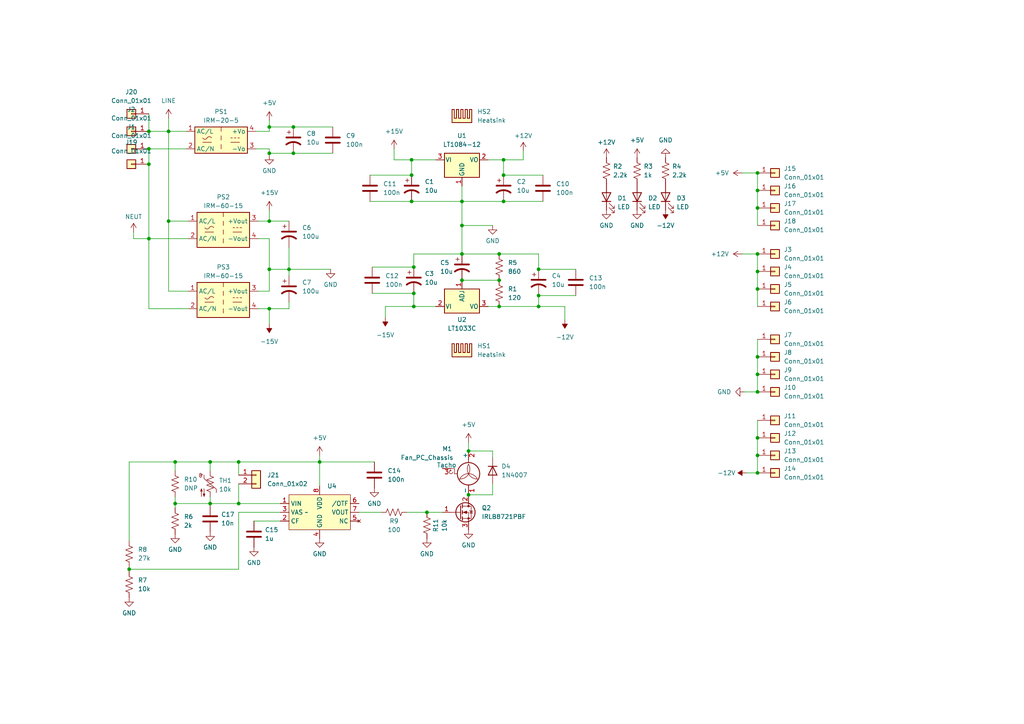
<source format=kicad_sch>
(kicad_sch (version 20230121) (generator eeschema)
  (paper "A4")
  (lib_symbols
    (symbol "Alex_Custom:TC648"
      (property "Reference" "U" (at -7.62 6.35 0))
      (symbol "TC648_1_1"
        (rectangle (start -8.89 5.08) (end 8.89 -5.08) (fill (type background)))
        (pin input line (at -11.43 2.54 0) (length 2.54) (name "VIN") (number "1"))
        (pin input line (at -11.43 -2.54 0) (length 2.54) (name "CF") (number "2"))
        (pin input line (at -11.43 0 0) (length 2.54) (name "VAS") (number "3"))
        (pin passive line (at 0 -7.62 90) (length 2.54) (name "GND") (number "4"))
        (pin no_connect line (at 11.43 -2.54 180) (length 2.54) (name "NC") (number "5"))
        (pin input line (at 11.43 2.54 180) (length 2.54) (name "/OTF") (number "6"))
        (pin output line (at 11.43 0 180) (length 2.54) (name "VOUT") (number "7"))
        (pin power_in line (at 0 7.62 270) (length 2.54) (name "VDD") (number "8"))
      )
    )
    (symbol "Connector_Generic:Conn_01x01" (pin_names (offset 1.016) hide)
      (property "Reference" "J" (at 0 2.54 0))
      (property "Value" "Conn_01x01" (at 0 -2.54 0))
      (symbol "Conn_01x01_1_1"
        (rectangle (start -1.27 0.127) (end 0 -0.127) (stroke (width 0.1524)))
        (rectangle (start -1.27 1.27) (end 1.27 -1.27) (stroke (width 0.254)) (fill (type background)))
        (pin passive line (at -5.08 0 0) (length 3.81) (name "Pin_1") (number "1"))
      )
    )
    (symbol "Connector_Generic:Conn_01x02" (pin_names (offset 1.016) hide)
      (property "Reference" "J" (at 0 2.54 0))
      (property "Value" "Conn_01x02" (at 0 -5.08 0))
      (symbol "Conn_01x02_1_1"
        (rectangle (start -1.27 -2.413) (end 0 -2.667) (stroke (width 0.1524)))
        (rectangle (start -1.27 0.127) (end 0 -0.127) (stroke (width 0.1524)))
        (rectangle (start -1.27 1.27) (end 1.27 -3.81) (stroke (width 0.254)) (fill (type background)))
        (pin passive line (at -5.08 0 0) (length 3.81) (name "Pin_1") (number "1"))
        (pin passive line (at -5.08 -2.54 0) (length 3.81) (name "Pin_2") (number "2"))
      )
    )
    (symbol "Converter_ACDC:IRM-20-5"
      (property "Reference" "PS" (at 0 5.08 0))
      (property "Value" "IRM-20-5" (at 0 -5.08 0))
      (symbol "IRM-20-5_0_1"
        (rectangle (start -7.62 3.81) (end 7.62 -3.81) (stroke (width 0.254)) (fill (type background)))
        (arc (start -5.334 0.635) (mid -4.699 0.2495) (end -4.064 0.635))
        (arc (start -2.794 0.635) (mid -3.429 1.0072) (end -4.064 0.635))
        (polyline (pts (xy -5.334 -0.635) (xy -2.794 -0.635)))
        (polyline (pts (xy 0 -1.27) (xy 0 -2.54)))
        (polyline (pts (xy 0 1.27) (xy 0 0)))
        (polyline (pts (xy 0 3.81) (xy 0 2.54)))
        (polyline (pts (xy 2.794 -0.635) (xy 5.334 -0.635)))
        (polyline (pts (xy 2.794 0.635) (xy 3.302 0.635)))
        (polyline (pts (xy 3.81 0.635) (xy 4.318 0.635)))
        (polyline (pts (xy 4.826 0.635) (xy 5.334 0.635)))
      )
      (symbol "IRM-20-5_1_1"
        (pin power_in line (at -10.16 2.54 0) (length 2.54) (name "AC/L") (number "1"))
        (pin power_in line (at -10.16 -2.54 0) (length 2.54) (name "AC/N") (number "2"))
        (pin power_out line (at 10.16 -2.54 180) (length 2.54) (name "-Vo") (number "3"))
        (pin power_out line (at 10.16 2.54 180) (length 2.54) (name "+Vo") (number "4"))
      )
    )
    (symbol "Converter_ACDC:IRM-60-15"
      (property "Reference" "PS" (at 0 7.62 0))
      (property "Value" "IRM-60-15" (at 0 -7.62 0))
      (symbol "IRM-60-15_1_1"
        (rectangle (start -7.62 5.08) (end 7.62 -5.08) (stroke (width 0.254)) (fill (type background)))
        (arc (start -5.334 0.635) (mid -4.699 0.2495) (end -4.064 0.635))
        (arc (start -2.794 0.635) (mid -3.429 1.0072) (end -4.064 0.635))
        (polyline (pts (xy -5.334 -0.635) (xy -2.794 -0.635)))
        (polyline (pts (xy 0 -2.54) (xy 0 -3.81)))
        (polyline (pts (xy 0 0) (xy 0 -1.27)))
        (polyline (pts (xy 0 2.54) (xy 0 1.27)))
        (polyline (pts (xy 0 5.08) (xy 0 3.81)))
        (polyline (pts (xy 2.794 -0.635) (xy 5.334 -0.635)))
        (polyline (pts (xy 2.794 0.635) (xy 3.302 0.635)))
        (polyline (pts (xy 3.81 0.635) (xy 4.318 0.635)))
        (polyline (pts (xy 4.826 0.635) (xy 5.334 0.635)))
        (pin power_in line (at -10.16 2.54 0) (length 2.54) (name "AC/L") (number "1"))
        (pin power_in line (at -10.16 -2.54 0) (length 2.54) (name "AC/N") (number "2"))
        (pin power_out line (at 10.16 2.54 180) (length 2.54) (name "+Vout") (number "3"))
        (pin power_out line (at 10.16 -2.54 180) (length 2.54) (name "-Vout") (number "4"))
      )
    )
    (symbol "Device:C" (pin_numbers hide) (pin_names (offset 0.254))
      (property "Reference" "C" (at 0.635 2.54 0))
      (property "Value" "C" (at 0.635 -2.54 0))
      (symbol "C_0_1"
        (polyline (pts (xy -2.032 -0.762) (xy 2.032 -0.762)) (stroke (width 0.508)))
        (polyline (pts (xy -2.032 0.762) (xy 2.032 0.762)) (stroke (width 0.508)))
      )
      (symbol "C_1_1"
        (pin passive line (at 0 3.81 270) (length 2.794) (name "~") (number "1"))
        (pin passive line (at 0 -3.81 90) (length 2.794) (name "~") (number "2"))
      )
    )
    (symbol "Device:C_Polarized_US" (pin_numbers hide) (pin_names (offset 0.254) hide)
      (property "Reference" "C" (at 0.635 2.54 0))
      (property "Value" "C_Polarized_US" (at 0.635 -2.54 0))
      (symbol "C_Polarized_US_0_1"
        (polyline (pts (xy -2.032 0.762) (xy 2.032 0.762)) (stroke (width 0.508)))
        (polyline (pts (xy -1.778 2.286) (xy -0.762 2.286)))
        (polyline (pts (xy -1.27 1.778) (xy -1.27 2.794)))
        (arc (start 2.032 -1.27) (mid 0 -0.5572) (end -2.032 -1.27) (stroke (width 0.508)))
      )
      (symbol "C_Polarized_US_1_1"
        (pin passive line (at 0 3.81 270) (length 2.794) (name "~") (number "1"))
        (pin passive line (at 0 -3.81 90) (length 3.302) (name "~") (number "2"))
      )
    )
    (symbol "Device:LED" (pin_numbers hide) (pin_names (offset 1.016) hide)
      (property "Reference" "D" (at 0 2.54 0))
      (property "Value" "LED" (at 0 -2.54 0))
      (symbol "LED_0_1"
        (polyline (pts (xy -1.27 -1.27) (xy -1.27 1.27)) (stroke (width 0.254)))
        (polyline (pts (xy -1.27 0) (xy 1.27 0)))
        (polyline (pts (xy 1.27 -1.27) (xy 1.27 1.27) (xy -1.27 0) (xy 1.27 -1.27)) (stroke (width 0.254)))
        (polyline (pts (xy -3.048 -0.762) (xy -4.572 -2.286) (xy -3.81 -2.286) (xy -4.572 -2.286) (xy -4.572 -1.524)))
        (polyline (pts (xy -1.778 -0.762) (xy -3.302 -2.286) (xy -2.54 -2.286) (xy -3.302 -2.286) (xy -3.302 -1.524)))
      )
      (symbol "LED_1_1"
        (pin passive line (at -3.81 0 0) (length 2.54) (name "K") (number "1"))
        (pin passive line (at 3.81 0 180) (length 2.54) (name "A") (number "2"))
      )
    )
    (symbol "Device:R_US" (pin_numbers hide) (pin_names (offset 0))
      (property "Reference" "R" (at 2.54 0 90))
      (property "Value" "R_US" (at -2.54 0 90))
      (symbol "R_US_0_1"
        (polyline (pts (xy 0 -2.286) (xy 0 -2.54)))
        (polyline (pts (xy 0 2.286) (xy 0 2.54)))
        (polyline (pts (xy 0 -0.762) (xy 1.016 -1.143) (xy 0 -1.524) (xy -1.016 -1.905) (xy 0 -2.286)))
        (polyline (pts (xy 0 0.762) (xy 1.016 0.381) (xy 0 0) (xy -1.016 -0.381) (xy 0 -0.762)))
        (polyline (pts (xy 0 2.286) (xy 1.016 1.905) (xy 0 1.524) (xy -1.016 1.143) (xy 0 0.762)))
      )
      (symbol "R_US_1_1"
        (pin passive line (at 0 3.81 270) (length 1.27) (name "~") (number "1"))
        (pin passive line (at 0 -3.81 90) (length 1.27) (name "~") (number "2"))
      )
    )
    (symbol "Device:Thermistor_NTC_US" (pin_numbers hide) (pin_names (offset 0))
      (property "Reference" "TH" (at -4.445 0 90))
      (property "Value" "Thermistor_NTC_US" (at 3.175 0 90))
      (symbol "Thermistor_NTC_US_0_1"
        (arc (start -3.048 2.159) (mid -3.0495 2.3143) (end -3.175 2.413))
        (arc (start -3.048 2.159) (mid -2.9736 1.9794) (end -2.794 1.905))
        (arc (start -3.048 2.794) (mid -2.9736 2.6144) (end -2.794 2.54))
        (arc (start -2.794 1.905) (mid -2.6144 1.9794) (end -2.54 2.159))
        (arc (start -2.794 2.54) (mid -2.4393 2.5587) (end -2.159 2.794))
        (arc (start -2.794 3.048) (mid -2.9736 2.9736) (end -3.048 2.794))
        (arc (start -2.54 2.794) (mid -2.6144 2.9736) (end -2.794 3.048))
        (polyline (pts (xy -2.54 2.159) (xy -2.54 2.794)))
        (polyline (pts (xy 0 -2.286) (xy 0 -2.54)))
        (polyline (pts (xy 0 2.286) (xy 0 2.54)))
        (polyline (pts (xy -1.778 2.54) (xy -1.778 1.524) (xy 1.778 -1.524) (xy 1.778 -2.54)))
        (polyline (pts (xy 0 -0.762) (xy 1.016 -1.143) (xy 0 -1.524) (xy -1.016 -1.905) (xy 0 -2.286)))
        (polyline (pts (xy 0 0.762) (xy 1.016 0.381) (xy 0 0) (xy -1.016 -0.381) (xy 0 -0.762)))
        (polyline (pts (xy 0 2.286) (xy 1.016 1.905) (xy 0 1.524) (xy -1.016 1.143) (xy 0 0.762)))
        (polyline (pts (xy -2.54 -3.683) (xy -2.54 -1.397) (xy -2.794 -2.159) (xy -2.286 -2.159) (xy -2.54 -1.397) (xy -2.54 -1.651)) (fill (type outline)))
        (polyline (pts (xy -1.778 -1.397) (xy -1.778 -3.683) (xy -2.032 -2.921) (xy -1.524 -2.921) (xy -1.778 -3.683) (xy -1.778 -3.429)) (fill (type outline)))
      )
      (symbol "Thermistor_NTC_US_1_1"
        (pin passive line (at 0 3.81 270) (length 1.27) (name "~") (number "1"))
        (pin passive line (at 0 -3.81 90) (length 1.27) (name "~") (number "2"))
      )
    )
    (symbol "Diode:1N4007" (pin_numbers hide) (pin_names hide)
      (property "Reference" "D" (at 0 2.54 0))
      (property "Value" "1N4007" (at 0 -2.54 0))
      (symbol "1N4007_0_1"
        (polyline (pts (xy -1.27 1.27) (xy -1.27 -1.27)) (stroke (width 0.254)))
        (polyline (pts (xy 1.27 0) (xy -1.27 0)))
        (polyline (pts (xy 1.27 1.27) (xy 1.27 -1.27) (xy -1.27 0) (xy 1.27 1.27)) (stroke (width 0.254)))
      )
      (symbol "1N4007_1_1"
        (pin passive line (at -3.81 0 0) (length 2.54) (name "K") (number "1"))
        (pin passive line (at 3.81 0 180) (length 2.54) (name "A") (number "2"))
      )
    )
    (symbol "Mechanical:Heatsink" (pin_names (offset 1.016))
      (property "Reference" "HS" (at 0 5.08 0))
      (property "Value" "Heatsink" (at 0 -1.27 0))
      (symbol "Heatsink_0_1"
        (polyline (pts (xy -0.3302 1.27) (xy -0.9652 1.27) (xy -0.9652 3.81) (xy -1.6002 3.81) (xy -1.6002 1.27) (xy -2.2352 1.27) (xy -2.2352 3.81) (xy -2.8702 3.81) (xy -2.8702 0) (xy -0.9652 0)) (stroke (width 0.254)) (fill (type background)))
        (polyline (pts (xy -0.3302 1.27) (xy -0.3302 3.81) (xy 0.3048 3.81) (xy 0.3048 1.27) (xy 0.9398 1.27) (xy 0.9398 3.81) (xy 1.5748 3.81) (xy 1.5748 1.27) (xy 2.2098 1.27) (xy 2.2098 3.81) (xy 2.8448 3.81) (xy 2.8448 0) (xy -0.9652 0)) (stroke (width 0.254)) (fill (type background)))
      )
    )
    (symbol "Motor:Fan_PC_Chassis" (pin_names (offset 0))
      (property "Reference" "M1" (at 5.08 -1.27 0))
      (property "Value" "Fan_PC_Chassis" (at 5.08 -3.81 0))
      (symbol "Fan_PC_Chassis_0_0"
        (arc (start -5.588 -1.016) (mid -5.08 -1.5218) (end -4.572 -1.016))
        (arc (start -5.08 -0.508) (mid -5.4392 -0.6568) (end -5.588 -1.016))
        (polyline (pts (xy -5.08 -0.508) (xy -5.334 -0.381)))
        (polyline (pts (xy -5.08 -0.508) (xy -5.207 -0.762)))
        (polyline (pts (xy -4.064 0) (xy -4.064 -1.524) (xy -3.302 -1.524)))
      )
      (symbol "Fan_PC_Chassis_0_1"
        (arc (start -2.54 -3.048) (mid 0.0028 -1.6279) (end 0 1.27))
        (circle (center 0 -1.524) (radius 3.2512) (stroke (width 0.254)))
        (polyline (pts (xy -4.064 0) (xy -5.08 0)))
        (polyline (pts (xy 0 -7.62) (xy 0 -7.112)))
        (polyline (pts (xy 0 -4.7752) (xy 0 -5.1816)))
        (polyline (pts (xy 0 1.7272) (xy 0 2.0828)))
        (polyline (pts (xy 0 2.032) (xy 0 2.54)))
        (arc (start 0 1.27) (mid 0.053 -1.619) (end 2.54 -3.048))
        (arc (start 2.54 -3.048) (mid 0 -1.4782) (end -2.54 -3.048))
      )
      (symbol "Fan_PC_Chassis_1_1"
        (pin passive line (at 0 -7.62 90) (length 2.54) (name "-") (number "1"))
        (pin passive line (at 0 5.08 270) (length 2.54) (name "+") (number "2"))
        (pin passive line (at -7.62 0 0) (length 2.54) (name "Tacho") (number "3"))
      )
    )
    (symbol "Regulator_Linear:LT1033C" (pin_names (offset 0.254))
      (property "Reference" "U" (at -3.81 -3.175 0))
      (property "Value" "LT1033C" (at 0 -3.175 0))
      (symbol "LT1033C_0_1"
        (rectangle (start -5.08 5.08) (end 5.08 -1.905) (stroke (width 0.254)) (fill (type background)))
      )
      (symbol "LT1033C_1_1"
        (pin input line (at 0 7.62 270) (length 2.54) (name "ADJ") (number "1"))
        (pin power_in line (at -7.62 0 0) (length 2.54) (name "VI") (number "2"))
        (pin power_out line (at 7.62 0 180) (length 2.54) (name "VO") (number "3"))
      )
    )
    (symbol "Regulator_Linear:LT1085-12" (pin_names (offset 0.254))
      (property "Reference" "U" (at -3.81 3.175 0))
      (property "Value" "LT1085-12" (at 0 3.175 0))
      (symbol "LT1085-12_0_1"
        (rectangle (start -5.08 1.905) (end 5.08 -5.08) (stroke (width 0.254)) (fill (type background)))
      )
      (symbol "LT1085-12_1_1"
        (pin power_in line (at 0 -7.62 90) (length 2.54) (name "GND") (number "1"))
        (pin power_out line (at 7.62 0 180) (length 2.54) (name "VO") (number "2"))
        (pin power_in line (at -7.62 0 0) (length 2.54) (name "VI") (number "3"))
      )
    )
    (symbol "Transistor_FET:IRLB8721PBF" (pin_names hide)
      (property "Reference" "Q" (at 6.35 1.905 0))
      (property "Value" "IRLB8721PBF" (at 6.35 0 0))
      (symbol "IRLB8721PBF_0_1"
        (polyline (pts (xy 0.254 0) (xy -2.54 0)))
        (polyline (pts (xy 0.254 1.905) (xy 0.254 -1.905)) (stroke (width 0.254)))
        (polyline (pts (xy 0.762 -1.27) (xy 0.762 -2.286)) (stroke (width 0.254)))
        (polyline (pts (xy 0.762 0.508) (xy 0.762 -0.508)) (stroke (width 0.254)))
        (polyline (pts (xy 0.762 2.286) (xy 0.762 1.27)) (stroke (width 0.254)))
        (polyline (pts (xy 2.54 2.54) (xy 2.54 1.778)))
        (polyline (pts (xy 2.54 -2.54) (xy 2.54 0) (xy 0.762 0)))
        (polyline (pts (xy 0.762 -1.778) (xy 3.302 -1.778) (xy 3.302 1.778) (xy 0.762 1.778)))
        (polyline (pts (xy 1.016 0) (xy 2.032 0.381) (xy 2.032 -0.381) (xy 1.016 0)) (fill (type outline)))
        (polyline (pts (xy 2.794 0.508) (xy 2.921 0.381) (xy 3.683 0.381) (xy 3.81 0.254)))
        (polyline (pts (xy 3.302 0.381) (xy 2.921 -0.254) (xy 3.683 -0.254) (xy 3.302 0.381)))
        (circle (center 1.651 0) (radius 2.794) (stroke (width 0.254)))
        (circle (center 2.54 -1.778) (radius 0.254) (fill (type outline)))
        (circle (center 2.54 1.778) (radius 0.254) (fill (type outline)))
      )
      (symbol "IRLB8721PBF_1_1"
        (pin input line (at -5.08 0 0) (length 2.54) (name "G") (number "1"))
        (pin passive line (at 2.54 5.08 270) (length 2.54) (name "D") (number "2"))
        (pin passive line (at 2.54 -5.08 90) (length 2.54) (name "S") (number "3"))
      )
    )
    (symbol "power:+12V" (power) (pin_names (offset 0))
      (property "Value" "+12V" (at 0 3.556 0))
      (symbol "+12V_0_1"
        (polyline (pts (xy -0.762 1.27) (xy 0 2.54)))
        (polyline (pts (xy 0 0) (xy 0 2.54)))
        (polyline (pts (xy 0 2.54) (xy 0.762 1.27)))
      )
      (symbol "+12V_1_1"
        (pin power_in line (at 0 0 90) (length 0) hide (name "+12V") (number "1"))
      )
    )
    (symbol "power:+15V" (power) (pin_names (offset 0))
      (property "Value" "+15V" (at 0 3.556 0))
      (symbol "+15V_0_1"
        (polyline (pts (xy -0.762 1.27) (xy 0 2.54)))
        (polyline (pts (xy 0 0) (xy 0 2.54)))
        (polyline (pts (xy 0 2.54) (xy 0.762 1.27)))
      )
      (symbol "+15V_1_1"
        (pin power_in line (at 0 0 90) (length 0) hide (name "+15V") (number "1"))
      )
    )
    (symbol "power:+5V" (power) (pin_names (offset 0))
      (property "Value" "+5V" (at 0 3.556 0))
      (symbol "+5V_0_1"
        (polyline (pts (xy -0.762 1.27) (xy 0 2.54)))
        (polyline (pts (xy 0 0) (xy 0 2.54)))
        (polyline (pts (xy 0 2.54) (xy 0.762 1.27)))
      )
      (symbol "+5V_1_1"
        (pin power_in line (at 0 0 90) (length 0) hide (name "+5V") (number "1"))
      )
    )
    (symbol "power:-12V" (power) (pin_names (offset 0))
      (property "Value" "-12V" (at 0 3.81 0))
      (symbol "-12V_0_0"
        (pin power_in line (at 0 0 90) (length 0) hide (name "-12V") (number "1"))
      )
      (symbol "-12V_0_1"
        (polyline (pts (xy 0 0) (xy 0 1.27) (xy 0.762 1.27) (xy 0 2.54) (xy -0.762 1.27) (xy 0 1.27)) (fill (type outline)))
      )
    )
    (symbol "power:-15V" (power) (pin_names (offset 0))
      (property "Value" "-15V" (at 0 3.81 0))
      (symbol "-15V_0_0"
        (pin power_in line (at 0 0 90) (length 0) hide (name "-15V") (number "1"))
      )
      (symbol "-15V_0_1"
        (polyline (pts (xy 0 0) (xy 0 1.27) (xy 0.762 1.27) (xy 0 2.54) (xy -0.762 1.27) (xy 0 1.27)) (fill (type outline)))
      )
    )
    (symbol "power:GND" (power) (pin_names (offset 0))
      (property "Value" "GND" (at 0 -3.81 0))
      (symbol "GND_0_1"
        (polyline (pts (xy 0 0) (xy 0 -1.27) (xy 1.27 -1.27) (xy 0 -2.54) (xy -1.27 -1.27) (xy 0 -1.27)))
      )
      (symbol "GND_1_1"
        (pin power_in line (at 0 0 270) (length 0) hide (name "GND") (number "1"))
      )
    )
    (symbol "power:LINE" (power) (pin_names (offset 0))
      (property "Value" "LINE" (at 0 3.81 0))
      (symbol "LINE_0_1"
        (polyline (pts (xy -0.762 1.27) (xy 0 2.54)))
        (polyline (pts (xy 0 0) (xy 0 2.54)))
        (polyline (pts (xy 0 2.54) (xy 0.762 1.27)))
      )
      (symbol "LINE_1_1"
        (pin power_in line (at 0 0 90) (length 0) hide (name "LINE") (number "1"))
      )
    )
    (symbol "power:NEUT" (power) (pin_names (offset 0))
      (property "Value" "NEUT" (at 0 3.81 0))
      (symbol "NEUT_0_1"
        (polyline (pts (xy -0.762 1.27) (xy 0 2.54)))
        (polyline (pts (xy 0 0) (xy 0 2.54)))
        (polyline (pts (xy 0 2.54) (xy 0.762 1.27)))
      )
      (symbol "NEUT_1_1"
        (pin power_in line (at 0 0 90) (length 0) hide (name "NEUT") (number "1"))
      )
    )
  )
  (junction (at 78.105 36.83))
  (junction (at 60.96 146.05))
  (junction (at 156.21 78.105))
  (junction (at 120.015 88.9))
  (junction (at 78.105 78.105))
  (junction (at 219.71 113.665))
  (junction (at 219.71 60.325))
  (junction (at 48.895 38.1))
  (junction (at 156.21 88.9))
  (junction (at 133.985 65.405))
  (junction (at 133.985 58.42))
  (junction (at 85.09 36.83))
  (junction (at 219.71 73.66))
  (junction (at 119.38 50.8))
  (junction (at 219.71 83.82))
  (junction (at 69.215 146.05))
  (junction (at 83.82 78.105))
  (junction (at 156.21 85.725))
  (junction (at 219.71 55.245))
  (junction (at 133.985 81.28))
  (junction (at 146.05 50.8))
  (junction (at 50.8 146.05))
  (junction (at 146.05 58.42))
  (junction (at 48.895 64.135))
  (junction (at 135.89 130.81))
  (junction (at 78.105 44.45))
  (junction (at 123.825 148.59))
  (junction (at 50.8 133.985))
  (junction (at 219.71 50.165))
  (junction (at 120.015 77.47))
  (junction (at 60.96 133.985))
  (junction (at 43.18 43.18))
  (junction (at 219.71 137.16))
  (junction (at 37.465 165.1))
  (junction (at 135.89 143.51))
  (junction (at 146.05 46.355))
  (junction (at 43.18 47.625))
  (junction (at 219.71 127))
  (junction (at 219.71 103.505))
  (junction (at 133.985 73.66))
  (junction (at 120.015 85.09))
  (junction (at 85.09 44.45))
  (junction (at 219.71 132.08))
  (junction (at 219.71 108.585))
  (junction (at 43.18 69.215))
  (junction (at 144.78 88.9))
  (junction (at 78.105 89.535))
  (junction (at 43.18 38.1))
  (junction (at 69.215 133.985))
  (junction (at 219.71 78.74))
  (junction (at 119.38 46.355))
  (junction (at 119.38 58.42))
  (junction (at 92.71 133.985))
  (junction (at 144.78 73.66))
  (junction (at 78.105 64.135))
  (junction (at 144.78 81.28))
  (wire (pts (xy 142.875 140.335) (xy 142.875 143.51)))
  (wire (pts (xy 119.38 46.355) (xy 119.38 50.8)))
  (wire (pts (xy 92.71 133.985) (xy 69.215 133.985)))
  (wire (pts (xy 74.93 64.135) (xy 78.105 64.135)))
  (wire (pts (xy 146.05 50.8) (xy 157.48 50.8)))
  (wire (pts (xy 92.71 133.985) (xy 108.585 133.985)))
  (wire (pts (xy 107.95 85.09) (xy 120.015 85.09)))
  (wire (pts (xy 133.985 81.28) (xy 144.78 81.28)))
  (wire (pts (xy 151.765 46.355) (xy 146.05 46.355)))
  (wire (pts (xy 50.8 147.32) (xy 50.8 146.05)))
  (wire (pts (xy 120.015 73.66) (xy 120.015 77.47)))
  (wire (pts (xy 219.71 55.245) (xy 219.71 60.325)))
  (wire (pts (xy 133.985 65.405) (xy 133.985 73.66)))
  (wire (pts (xy 48.895 64.135) (xy 48.895 84.455)))
  (wire (pts (xy 146.05 58.42) (xy 157.48 58.42)))
  (wire (pts (xy 156.21 78.105) (xy 167.005 78.105)))
  (wire (pts (xy 38.735 67.31) (xy 38.735 69.215)))
  (wire (pts (xy 37.465 164.465) (xy 37.465 165.1)))
  (wire (pts (xy 78.105 64.135) (xy 83.82 64.135)))
  (wire (pts (xy 74.93 89.535) (xy 78.105 89.535)))
  (wire (pts (xy 43.18 69.215) (xy 54.61 69.215)))
  (wire (pts (xy 78.105 34.925) (xy 78.105 36.83)))
  (wire (pts (xy 43.18 33.02) (xy 43.18 38.1)))
  (wire (pts (xy 111.76 92.075) (xy 111.76 88.9)))
  (wire (pts (xy 142.875 130.81) (xy 135.89 130.81)))
  (wire (pts (xy 219.71 127) (xy 219.71 132.08)))
  (wire (pts (xy 81.28 148.59) (xy 69.215 148.59)))
  (wire (pts (xy 78.105 36.83) (xy 85.09 36.83)))
  (wire (pts (xy 142.875 132.715) (xy 142.875 130.81)))
  (wire (pts (xy 133.985 73.66) (xy 120.015 73.66)))
  (wire (pts (xy 48.895 38.1) (xy 48.895 64.135)))
  (wire (pts (xy 219.71 73.66) (xy 219.71 78.74)))
  (wire (pts (xy 118.11 148.59) (xy 123.825 148.59)))
  (wire (pts (xy 123.825 148.59) (xy 128.27 148.59)))
  (wire (pts (xy 219.71 60.325) (xy 219.71 65.405)))
  (wire (pts (xy 163.83 92.71) (xy 163.83 88.9)))
  (wire (pts (xy 78.105 84.455) (xy 78.105 78.105)))
  (wire (pts (xy 133.985 58.42) (xy 133.985 65.405)))
  (wire (pts (xy 83.82 87.63) (xy 83.82 89.535)))
  (wire (pts (xy 104.14 148.59) (xy 110.49 148.59)))
  (wire (pts (xy 85.09 36.83) (xy 96.52 36.83)))
  (wire (pts (xy 92.71 132.08) (xy 92.71 133.985)))
  (wire (pts (xy 78.105 43.18) (xy 74.295 43.18)))
  (wire (pts (xy 48.895 64.135) (xy 54.61 64.135)))
  (wire (pts (xy 54.61 89.535) (xy 43.18 89.535)))
  (wire (pts (xy 215.9 113.665) (xy 219.71 113.665)))
  (wire (pts (xy 111.76 88.9) (xy 120.015 88.9)))
  (wire (pts (xy 216.535 137.16) (xy 219.71 137.16)))
  (wire (pts (xy 78.105 69.215) (xy 74.93 69.215)))
  (wire (pts (xy 215.265 50.165) (xy 219.71 50.165)))
  (wire (pts (xy 133.985 73.66) (xy 144.78 73.66)))
  (wire (pts (xy 119.38 58.42) (xy 133.985 58.42)))
  (wire (pts (xy 43.18 38.1) (xy 48.895 38.1)))
  (wire (pts (xy 60.96 146.05) (xy 69.215 146.05)))
  (wire (pts (xy 60.96 146.685) (xy 60.96 146.05)))
  (wire (pts (xy 60.96 133.985) (xy 50.8 133.985)))
  (wire (pts (xy 78.105 44.45) (xy 85.09 44.45)))
  (wire (pts (xy 48.895 34.29) (xy 48.895 38.1)))
  (wire (pts (xy 37.465 156.845) (xy 37.465 133.985)))
  (wire (pts (xy 141.605 46.355) (xy 146.05 46.355)))
  (wire (pts (xy 114.3 43.18) (xy 114.3 46.355)))
  (wire (pts (xy 215.265 73.66) (xy 219.71 73.66)))
  (wire (pts (xy 43.18 69.215) (xy 43.18 47.625)))
  (wire (pts (xy 85.09 44.45) (xy 96.52 44.45)))
  (wire (pts (xy 83.82 78.105) (xy 95.885 78.105)))
  (wire (pts (xy 144.78 88.9) (xy 156.21 88.9)))
  (wire (pts (xy 37.465 133.985) (xy 50.8 133.985)))
  (wire (pts (xy 219.71 78.74) (xy 219.71 83.82)))
  (wire (pts (xy 69.215 165.1) (xy 37.465 165.1)))
  (wire (pts (xy 133.985 53.975) (xy 133.985 58.42)))
  (wire (pts (xy 43.18 47.625) (xy 43.18 43.18)))
  (wire (pts (xy 43.18 43.18) (xy 53.975 43.18)))
  (wire (pts (xy 219.71 121.92) (xy 219.71 127)))
  (wire (pts (xy 50.8 144.145) (xy 50.8 146.05)))
  (wire (pts (xy 78.105 44.45) (xy 78.105 43.18)))
  (wire (pts (xy 144.78 73.66) (xy 156.21 73.66)))
  (wire (pts (xy 60.96 146.05) (xy 60.96 144.145)))
  (wire (pts (xy 107.315 50.8) (xy 119.38 50.8)))
  (wire (pts (xy 126.365 46.355) (xy 119.38 46.355)))
  (wire (pts (xy 219.71 103.505) (xy 219.71 108.585)))
  (wire (pts (xy 107.95 77.47) (xy 120.015 77.47)))
  (wire (pts (xy 83.82 71.755) (xy 83.82 78.105)))
  (wire (pts (xy 219.71 132.08) (xy 219.71 137.16)))
  (wire (pts (xy 50.8 146.05) (xy 60.96 146.05)))
  (wire (pts (xy 78.105 89.535) (xy 83.82 89.535)))
  (wire (pts (xy 69.215 133.985) (xy 69.215 137.795)))
  (wire (pts (xy 78.105 38.1) (xy 74.295 38.1)))
  (wire (pts (xy 69.215 148.59) (xy 69.215 165.1)))
  (wire (pts (xy 73.66 151.13) (xy 81.28 151.13)))
  (wire (pts (xy 37.465 165.1) (xy 37.465 165.735)))
  (wire (pts (xy 151.765 43.815) (xy 151.765 46.355)))
  (wire (pts (xy 92.71 133.985) (xy 92.71 140.97)))
  (wire (pts (xy 219.71 108.585) (xy 219.71 113.665)))
  (wire (pts (xy 120.015 85.09) (xy 120.015 88.9)))
  (wire (pts (xy 48.895 84.455) (xy 54.61 84.455)))
  (wire (pts (xy 50.8 133.985) (xy 50.8 136.525)))
  (wire (pts (xy 53.975 38.1) (xy 48.895 38.1)))
  (wire (pts (xy 78.105 64.135) (xy 78.105 60.96)))
  (wire (pts (xy 78.105 89.535) (xy 78.105 93.98)))
  (wire (pts (xy 156.21 88.9) (xy 156.21 85.725)))
  (wire (pts (xy 83.82 78.105) (xy 83.82 80.01)))
  (wire (pts (xy 135.89 128.27) (xy 135.89 130.81)))
  (wire (pts (xy 146.05 46.355) (xy 146.05 50.8)))
  (wire (pts (xy 114.3 46.355) (xy 119.38 46.355)))
  (wire (pts (xy 133.985 65.405) (xy 142.875 65.405)))
  (wire (pts (xy 69.215 140.335) (xy 69.215 146.05)))
  (wire (pts (xy 133.985 58.42) (xy 146.05 58.42)))
  (wire (pts (xy 142.875 143.51) (xy 135.89 143.51)))
  (wire (pts (xy 120.015 88.9) (xy 126.365 88.9)))
  (wire (pts (xy 156.21 85.725) (xy 167.005 85.725)))
  (wire (pts (xy 141.605 88.9) (xy 144.78 88.9)))
  (wire (pts (xy 69.215 146.05) (xy 81.28 146.05)))
  (wire (pts (xy 219.71 83.82) (xy 219.71 88.9)))
  (wire (pts (xy 43.18 89.535) (xy 43.18 69.215)))
  (wire (pts (xy 78.105 36.83) (xy 78.105 38.1)))
  (wire (pts (xy 78.105 78.105) (xy 78.105 69.215)))
  (wire (pts (xy 74.93 84.455) (xy 78.105 84.455)))
  (wire (pts (xy 69.215 133.985) (xy 60.96 133.985)))
  (wire (pts (xy 156.21 88.9) (xy 163.83 88.9)))
  (wire (pts (xy 78.105 78.105) (xy 83.82 78.105)))
  (wire (pts (xy 60.96 133.985) (xy 60.96 136.525)))
  (wire (pts (xy 78.105 45.085) (xy 78.105 44.45)))
  (wire (pts (xy 219.71 98.425) (xy 219.71 103.505)))
  (wire (pts (xy 156.21 78.105) (xy 156.21 73.66)))
  (wire (pts (xy 219.71 50.165) (xy 219.71 55.245)))
  (wire (pts (xy 107.315 58.42) (xy 119.38 58.42)))
  (wire (pts (xy 38.735 69.215) (xy 43.18 69.215)))
  (symbol (lib_id "Device:R_US") (at 144.78 77.47 0) (unit 1)
    (property "Reference" "R5" (at 147.32 76.2 0) (effects (justify left)))
    (property "Value" "860" (at 147.32 78.74 0) (effects (justify left)))
    (property "Footprint" "Resistor_THT:R_Axial_DIN0207_L6.3mm_D2.5mm_P7.62mm_Horizontal" (effects hide))
  )
  (symbol (lib_id "Connector_Generic:Conn_01x01") (at 224.79 88.9 0) (unit 1)
    (property "Reference" "J6" (at 227.33 87.63 0) (effects (justify left)))
    (property "Value" "Conn_01x01" (at 227.33 90.17 0) (effects (justify left)))
    (property "Footprint" "AlexCustom:SPADE" (effects hide))
  )
  (symbol (lib_id "power:LINE") (at 48.895 34.29 0) (unit 1)
    (property "Reference" "#PWR021" (effects hide))
    (property "Value" "LINE" (at 48.895 29.21 0))
  )
  (symbol (lib_id "power:GND") (at 215.9 113.665 270) (unit 1)
    (property "Reference" "#PWR018" (effects hide))
    (property "Value" "GND" (at 212.09 113.665 90) (effects (justify right)))
  )
  (symbol (lib_id "power:GND") (at 123.825 156.21 0) (unit 1)
    (property "Reference" "#PWR024" (effects hide))
    (property "Value" "GND" (at 123.825 160.655 0))
  )
  (symbol (lib_id "Device:R_US") (at 50.8 140.335 0) (unit 1)
    (property "Reference" "R10" (at 53.34 139.065 0) (effects (justify left)))
    (property "Value" "DNP" (at 53.34 141.605 0) (effects (justify left)))
    (property "Footprint" "Resistor_THT:R_Axial_DIN0207_L6.3mm_D2.5mm_P7.62mm_Horizontal" (effects hide))
  )
  (symbol (lib_id "Connector_Generic:Conn_01x01") (at 224.79 137.16 0) (unit 1)
    (property "Reference" "J14" (at 227.33 135.89 0) (effects (justify left)))
    (property "Value" "Conn_01x01" (at 227.33 138.43 0) (effects (justify left)))
    (property "Footprint" "AlexCustom:SPADE" (effects hide))
  )
  (symbol (lib_id "Device:C_Polarized_US") (at 83.82 67.945 0) (unit 1)
    (property "Reference" "C6" (at 87.63 66.04 0) (effects (justify left)))
    (property "Value" "100u" (at 87.63 68.58 0) (effects (justify left)))
    (property "Footprint" "Capacitor_THT:CP_Radial_D10.0mm_P2.50mm" (effects hide))
  )
  (symbol (lib_id "power:-12V") (at 193.04 60.96 180) (unit 1)
    (property "Reference" "#PWR06" (effects hide))
    (property "Value" "-12V" (at 193.04 65.405 0))
  )
  (symbol (lib_id "Connector_Generic:Conn_01x01") (at 224.79 78.74 0) (unit 1)
    (property "Reference" "J4" (at 227.33 77.47 0) (effects (justify left)))
    (property "Value" "Conn_01x01" (at 227.33 80.01 0) (effects (justify left)))
    (property "Footprint" "AlexCustom:SPADE" (effects hide))
  )
  (symbol (lib_id "Device:R_US") (at 184.785 49.53 0) (unit 1)
    (property "Reference" "R3" (at 186.69 48.26 0) (effects (justify left)))
    (property "Value" "1k" (at 186.69 50.8 0) (effects (justify left)))
    (property "Footprint" "Resistor_THT:R_Axial_DIN0207_L6.3mm_D2.5mm_P7.62mm_Horizontal" (effects hide))
  )
  (symbol (lib_id "power:GND") (at 73.66 158.75 0) (unit 1)
    (property "Reference" "#PWR032" (effects hide))
    (property "Value" "GND" (at 73.66 163.195 0))
  )
  (symbol (lib_id "power:+12V") (at 215.265 73.66 90) (unit 1)
    (property "Reference" "#PWR019" (effects hide))
    (property "Value" "+12V" (at 211.455 73.66 90) (effects (justify left)))
  )
  (symbol (lib_id "power:NEUT") (at 38.735 67.31 0) (unit 1)
    (property "Reference" "#PWR022" (effects hide))
    (property "Value" "NEUT" (at 38.735 62.865 0))
  )
  (symbol (lib_id "power:-15V") (at 78.105 93.98 180) (unit 1)
    (property "Reference" "#PWR010" (effects hide))
    (property "Value" "-15V" (at 78.105 99.06 0))
  )
  (symbol (lib_id "power:GND") (at 92.71 156.21 0) (unit 1)
    (property "Reference" "#PWR029" (effects hide))
    (property "Value" "GND" (at 92.71 160.655 0))
  )
  (symbol (lib_id "Device:C") (at 157.48 54.61 0) (unit 1)
    (property "Reference" "C10" (at 161.29 53.34 0) (effects (justify left)))
    (property "Value" "100n" (at 161.29 55.88 0) (effects (justify left)))
    (property "Footprint" "Capacitor_THT:C_Disc_D6.0mm_W2.5mm_P5.00mm" (effects hide))
  )
  (symbol (lib_id "power:-12V") (at 163.83 92.71 180) (unit 1)
    (property "Reference" "#PWR05" (effects hide))
    (property "Value" "-12V" (at 163.83 97.79 0))
  )
  (symbol (lib_id "Transistor_FET:IRLB8721PBF") (at 133.35 148.59 0) (unit 1)
    (property "Reference" "Q2" (at 139.7 147.32 0) (effects (justify left)))
    (property "Value" "IRLB8721PBF" (at 139.7 149.86 0) (effects (justify left)))
    (property "Footprint" "Package_TO_SOT_THT:TO-220-3_Vertical" (effects hide))
    (property "Datasheet" "http://www.infineon.com/dgdl/irlb8721pbf.pdf?fileId=5546d462533600a40153566056732591" (effects hide))
  )
  (symbol (lib_id "power:+15V") (at 78.105 60.96 0) (unit 1)
    (property "Reference" "#PWR011" (effects hide))
    (property "Value" "+15V" (at 78.105 55.88 0))
  )
  (symbol (lib_id "power:-12V") (at 216.535 137.16 90) (unit 1)
    (property "Reference" "#PWR014" (effects hide))
    (property "Value" "-12V" (at 213.36 137.16 90) (effects (justify left)))
  )
  (symbol (lib_id "power:+12V") (at 175.895 45.72 0) (unit 1)
    (property "Reference" "#PWR08" (effects hide))
    (property "Value" "+12V" (at 175.895 41.275 0))
  )
  (symbol (lib_id "power:+5V") (at 184.785 45.72 0) (unit 1)
    (property "Reference" "#PWR07" (effects hide))
    (property "Value" "+5V" (at 184.785 40.64 0))
  )
  (symbol (lib_id "power:+12V") (at 151.765 43.815 0) (unit 1)
    (property "Reference" "#PWR02" (effects hide))
    (property "Value" "+12V" (at 151.765 39.37 0))
  )
  (symbol (lib_id "Device:C_Polarized_US") (at 120.015 81.28 0) (unit 1)
    (property "Reference" "C3" (at 123.19 79.375 0) (effects (justify left)))
    (property "Value" "10u" (at 123.19 81.915 0) (effects (justify left)))
    (property "Footprint" "Capacitor_THT:CP_Radial_D6.3mm_P2.50mm" (effects hide))
  )
  (symbol (lib_id "Alex_Custom:TC648") (at 92.71 148.59 0) (unit 1)
    (property "Reference" "U4" (at 94.9041 140.97 0) (effects (justify left)))
    (property "Value" "~" (at 88.9 148.59 0))
    (property "Footprint" "Package_DIP:DIP-8_W7.62mm" (effects hide))
  )
  (symbol (lib_id "power:+5V") (at 135.89 128.27 0) (unit 1)
    (property "Reference" "#PWR026" (effects hide))
    (property "Value" "+5V" (at 135.89 123.19 0))
  )
  (symbol (lib_id "Device:R_US") (at 175.895 49.53 0) (unit 1)
    (property "Reference" "R2" (at 177.8 48.26 0) (effects (justify left)))
    (property "Value" "2.2k" (at 177.8 50.8 0) (effects (justify left)))
    (property "Footprint" "Resistor_THT:R_Axial_DIN0207_L6.3mm_D2.5mm_P7.62mm_Horizontal" (effects hide))
  )
  (symbol (lib_id "power:GND") (at 78.105 45.085 0) (unit 1)
    (property "Reference" "#PWR012" (effects hide))
    (property "Value" "GND" (at 78.105 49.53 0))
  )
  (symbol (lib_id "power:GND") (at 175.895 60.96 0) (unit 1)
    (property "Reference" "#PWR015" (effects hide))
    (property "Value" "GND" (at 175.895 65.405 0))
  )
  (symbol (lib_id "Device:C") (at 107.95 81.28 0) (unit 1)
    (property "Reference" "C12" (at 111.76 80.01 0) (effects (justify left)))
    (property "Value" "100n" (at 111.76 82.55 0) (effects (justify left)))
    (property "Footprint" "Capacitor_THT:C_Disc_D6.0mm_W2.5mm_P5.00mm" (effects hide))
  )
  (symbol (lib_id "Device:C") (at 107.315 54.61 0) (unit 1)
    (property "Reference" "C11" (at 111.125 53.34 0) (effects (justify left)))
    (property "Value" "100n" (at 111.125 55.88 0) (effects (justify left)))
    (property "Footprint" "Capacitor_THT:C_Disc_D6.0mm_W2.5mm_P5.00mm" (effects hide))
  )
  (symbol (lib_id "power:+15V") (at 114.3 43.18 0) (unit 1)
    (property "Reference" "#PWR03" (effects hide))
    (property "Value" "+15V" (at 114.3 38.1 0))
  )
  (symbol (lib_id "power:GND") (at 37.465 173.355 0) (unit 1)
    (property "Reference" "#PWR034" (effects hide))
    (property "Value" "GND" (at 37.465 177.8 0))
  )
  (symbol (lib_id "Device:Thermistor_NTC_US") (at 60.96 140.335 0) (unit 1)
    (property "Reference" "TH1" (at 63.5 139.3825 0) (effects (justify left)))
    (property "Value" "10k" (at 63.5 141.9225 0) (effects (justify left)))
    (property "Footprint" "Resistor_THT:R_Axial_DIN0204_L3.6mm_D1.6mm_P1.90mm_Vertical" (effects hide))
  )
  (symbol (lib_id "Device:R_US") (at 37.465 160.655 0) (unit 1)
    (property "Reference" "R8" (at 40.005 159.385 0) (effects (justify left)))
    (property "Value" "27k" (at 40.005 161.925 0) (effects (justify left)))
    (property "Footprint" "Resistor_THT:R_Axial_DIN0207_L6.3mm_D2.5mm_P7.62mm_Horizontal" (effects hide))
  )
  (symbol (lib_id "power:GND") (at 108.585 141.605 0) (unit 1)
    (property "Reference" "#PWR031" (effects hide))
    (property "Value" "GND" (at 108.585 146.05 0))
  )
  (symbol (lib_id "Device:C_Polarized_US") (at 133.985 77.47 0) (unit 1)
    (property "Reference" "C5" (at 127.635 76.2 0) (effects (justify left)))
    (property "Value" "10u" (at 127.635 78.74 0) (effects (justify left)))
    (property "Footprint" "Capacitor_THT:CP_Radial_D6.3mm_P2.50mm" (effects hide))
  )
  (symbol (lib_id "power:GND") (at 193.04 45.72 180) (unit 1)
    (property "Reference" "#PWR017" (effects hide))
    (property "Value" "GND" (at 193.04 40.64 0))
  )
  (symbol (lib_id "Connector_Generic:Conn_01x02") (at 74.295 137.795 0) (unit 1)
    (property "Reference" "J21" (at 77.47 137.795 0) (effects (justify left)))
    (property "Value" "Conn_01x02" (at 77.47 140.335 0) (effects (justify left)))
    (property "Footprint" "Connector_PinHeader_2.54mm:PinHeader_1x02_P2.54mm_Vertical" (effects hide))
  )
  (symbol (lib_id "Connector_Generic:Conn_01x01") (at 224.79 98.425 0) (unit 1)
    (property "Reference" "J7" (at 227.33 97.155 0) (effects (justify left)))
    (property "Value" "Conn_01x01" (at 227.33 99.695 0) (effects (justify left)))
    (property "Footprint" "AlexCustom:SPADE" (effects hide))
  )
  (symbol (lib_id "Device:C") (at 96.52 40.64 0) (unit 1)
    (property "Reference" "C9" (at 100.33 39.37 0) (effects (justify left)))
    (property "Value" "100n" (at 100.33 41.91 0) (effects (justify left)))
    (property "Footprint" "Capacitor_THT:C_Disc_D6.0mm_W2.5mm_P5.00mm" (effects hide))
  )
  (symbol (lib_id "Connector_Generic:Conn_01x01") (at 224.79 121.92 0) (unit 1)
    (property "Reference" "J11" (at 227.33 120.65 0) (effects (justify left)))
    (property "Value" "Conn_01x01" (at 227.33 123.19 0) (effects (justify left)))
    (property "Footprint" "AlexCustom:SPADE" (effects hide))
  )
  (symbol (lib_id "Device:C_Polarized_US") (at 119.38 54.61 0) (unit 1)
    (property "Reference" "C1" (at 123.19 52.705 0) (effects (justify left)))
    (property "Value" "10u" (at 123.19 55.245 0) (effects (justify left)))
    (property "Footprint" "Capacitor_THT:CP_Radial_D6.3mm_P2.50mm" (effects hide))
  )
  (symbol (lib_id "power:GND") (at 135.89 153.67 0) (unit 1)
    (property "Reference" "#PWR025" (effects hide))
    (property "Value" "GND" (at 135.89 158.115 0))
  )
  (symbol (lib_id "Connector_Generic:Conn_01x01") (at 224.79 132.08 0) (unit 1)
    (property "Reference" "J13" (at 227.33 130.81 0) (effects (justify left)))
    (property "Value" "Conn_01x01" (at 227.33 133.35 0) (effects (justify left)))
    (property "Footprint" "AlexCustom:SPADE" (effects hide))
  )
  (symbol (lib_id "power:+5V") (at 92.71 132.08 0) (unit 1)
    (property "Reference" "#PWR028" (effects hide))
    (property "Value" "+5V" (at 92.71 127 0))
  )
  (symbol (lib_id "Connector_Generic:Conn_01x01") (at 224.79 50.165 0) (unit 1)
    (property "Reference" "J15" (at 227.33 48.895 0) (effects (justify left)))
    (property "Value" "Conn_01x01" (at 227.33 51.435 0) (effects (justify left)))
    (property "Footprint" "AlexCustom:SPADE" (effects hide))
  )
  (symbol (lib_id "power:-15V") (at 111.76 92.075 180) (unit 1)
    (property "Reference" "#PWR04" (effects hide))
    (property "Value" "-15V" (at 111.76 97.155 0))
  )
  (symbol (lib_id "Device:C_Polarized_US") (at 156.21 81.915 0) (unit 1)
    (property "Reference" "C4" (at 160.02 80.01 0) (effects (justify left)))
    (property "Value" "10u" (at 160.02 82.55 0) (effects (justify left)))
    (property "Footprint" "Capacitor_THT:CP_Radial_D6.3mm_P2.50mm" (effects hide))
  )
  (symbol (lib_id "Mechanical:Heatsink") (at 133.985 35.56 0) (unit 1)
    (property "Reference" "HS2" (at 138.43 32.385 0) (effects (justify left)))
    (property "Value" "Heatsink" (at 138.43 34.925 0) (effects (justify left)))
    (property "Footprint" "AlexCustom:SK64" (effects hide))
  )
  (symbol (lib_id "Device:R_US") (at 37.465 169.545 0) (unit 1)
    (property "Reference" "R7" (at 40.005 168.275 0) (effects (justify left)))
    (property "Value" "10k" (at 40.005 170.815 0) (effects (justify left)))
    (property "Footprint" "Resistor_THT:R_Axial_DIN0207_L6.3mm_D2.5mm_P7.62mm_Horizontal" (effects hide))
  )
  (symbol (lib_id "Device:C_Polarized_US") (at 146.05 54.61 0) (unit 1)
    (property "Reference" "C2" (at 149.86 52.705 0) (effects (justify left)))
    (property "Value" "10u" (at 149.86 55.245 0) (effects (justify left)))
    (property "Footprint" "Capacitor_THT:CP_Radial_D6.3mm_P2.50mm" (effects hide))
  )
  (symbol (lib_id "Connector_Generic:Conn_01x01") (at 38.1 38.1 180) (unit 1)
    (property "Reference" "J2" (at 38.1 31.75 0))
    (property "Value" "Conn_01x01" (at 38.1 34.29 0))
    (property "Footprint" "AlexCustom:SPADE" (effects hide))
  )
  (symbol (lib_id "Connector_Generic:Conn_01x01") (at 38.1 43.18 180) (unit 1)
    (property "Reference" "J1" (at 38.1 36.83 0))
    (property "Value" "Conn_01x01" (at 38.1 39.37 0))
    (property "Footprint" "AlexCustom:SPADE" (effects hide))
  )
  (symbol (lib_id "power:+5V") (at 78.105 34.925 0) (unit 1)
    (property "Reference" "#PWR013" (effects hide))
    (property "Value" "+5V" (at 78.105 29.845 0))
  )
  (symbol (lib_id "Device:C") (at 60.96 150.495 0) (unit 1)
    (property "Reference" "C17" (at 64.135 149.225 0) (effects (justify left)))
    (property "Value" "10n" (at 64.135 151.765 0) (effects (justify left)))
    (property "Footprint" "Capacitor_THT:C_Disc_D6.0mm_W2.5mm_P5.00mm" (effects hide))
  )
  (symbol (lib_id "Connector_Generic:Conn_01x01") (at 224.79 73.66 0) (unit 1)
    (property "Reference" "J3" (at 227.33 72.39 0) (effects (justify left)))
    (property "Value" "Conn_01x01" (at 227.33 74.93 0) (effects (justify left)))
    (property "Footprint" "AlexCustom:SPADE" (effects hide))
  )
  (symbol (lib_id "Device:R_US") (at 144.78 85.09 0) (unit 1)
    (property "Reference" "R1" (at 147.32 83.82 0) (effects (justify left)))
    (property "Value" "120" (at 147.32 86.36 0) (effects (justify left)))
    (property "Footprint" "Resistor_THT:R_Axial_DIN0207_L6.3mm_D2.5mm_P7.62mm_Horizontal" (effects hide))
  )
  (symbol (lib_id "Connector_Generic:Conn_01x01") (at 224.79 55.245 0) (unit 1)
    (property "Reference" "J16" (at 227.33 53.975 0) (effects (justify left)))
    (property "Value" "Conn_01x01" (at 227.33 56.515 0) (effects (justify left)))
    (property "Footprint" "AlexCustom:SPADE" (effects hide))
  )
  (symbol (lib_id "Regulator_Linear:LT1085-12") (at 133.985 46.355 0) (unit 1)
    (property "Reference" "U1" (at 133.985 39.37 0))
    (property "Value" "LT1084-12" (at 133.985 41.91 0))
    (property "Footprint" "Package_TO_SOT_THT:TO-220-3_Horizontal_TabUp" (effects hide))
    (property "Datasheet" "https://www.analog.com/media/en/technical-documentation/data-sheets/1083ffe.pdf" (effects hide))
  )
  (symbol (lib_id "Device:LED") (at 175.895 57.15 90) (unit 1)
    (property "Reference" "D1" (at 179.07 57.4675 90) (effects (justify right)))
    (property "Value" "LED" (at 179.07 60.0075 90) (effects (justify right)))
    (property "Footprint" "LED_THT:LED_D3.0mm" (effects hide))
  )
  (symbol (lib_id "Connector_Generic:Conn_01x01") (at 224.79 127 0) (unit 1)
    (property "Reference" "J12" (at 227.33 125.73 0) (effects (justify left)))
    (property "Value" "Conn_01x01" (at 227.33 128.27 0) (effects (justify left)))
    (property "Footprint" "AlexCustom:SPADE" (effects hide))
  )
  (symbol (lib_id "Regulator_Linear:LT1033C") (at 133.985 88.9 0) (unit 1)
    (property "Reference" "U2" (at 133.985 92.71 0))
    (property "Value" "LT1033C" (at 133.985 95.25 0))
    (property "Footprint" "Package_TO_SOT_THT:TO-220-3_Horizontal_TabUp" (effects hide))
    (property "Datasheet" "https://www.analog.com/media/en/technical-documentation/data-sheets/1033fd.pdf" (effects hide))
  )
  (symbol (lib_id "Connector_Generic:Conn_01x01") (at 224.79 60.325 0) (unit 1)
    (property "Reference" "J17" (at 227.33 59.055 0) (effects (justify left)))
    (property "Value" "Conn_01x01" (at 227.33 61.595 0) (effects (justify left)))
    (property "Footprint" "AlexCustom:SPADE" (effects hide))
  )
  (symbol (lib_id "Device:C") (at 73.66 154.94 0) (unit 1)
    (property "Reference" "C15" (at 76.835 153.67 0) (effects (justify left)))
    (property "Value" "1u" (at 76.835 156.21 0) (effects (justify left)))
    (property "Footprint" "Capacitor_THT:C_Disc_D6.0mm_W2.5mm_P5.00mm" (effects hide))
  )
  (symbol (lib_id "power:GND") (at 95.885 78.105 0) (unit 1)
    (property "Reference" "#PWR09" (effects hide))
    (property "Value" "GND" (at 95.885 82.55 0))
  )
  (symbol (lib_id "Diode:1N4007") (at 142.875 136.525 270) (unit 1)
    (property "Reference" "D4" (at 145.415 135.255 90) (effects (justify left)))
    (property "Value" "1N4007" (at 145.415 137.795 90) (effects (justify left)))
    (property "Footprint" "Diode_THT:D_DO-41_SOD81_P10.16mm_Horizontal" (effects hide))
    (property "Datasheet" "http://www.vishay.com/docs/88503/1n4001.pdf" (effects hide))
    (property "Sim.Device" "D" (effects hide))
    (property "Sim.Pins" "1=K 2=A" (effects hide))
  )
  (symbol (lib_id "Converter_ACDC:IRM-60-15") (at 64.77 86.995 0) (unit 1)
    (property "Reference" "PS3" (at 64.77 77.47 0))
    (property "Value" "IRM-60-15" (at 64.77 80.01 0))
    (property "Footprint" "Converter_ACDC:Converter_ACDC_MeanWell_IRM-60-xx_THT" (effects hide))
    (property "Datasheet" "http://www.meanwellusa.com/productPdf.aspx?i=687" (effects hide))
  )
  (symbol (lib_id "Connector_Generic:Conn_01x01") (at 224.79 113.665 0) (unit 1)
    (property "Reference" "J10" (at 227.33 112.395 0) (effects (justify left)))
    (property "Value" "Conn_01x01" (at 227.33 114.935 0) (effects (justify left)))
    (property "Footprint" "AlexCustom:SPADE" (effects hide))
  )
  (symbol (lib_id "Device:R_US") (at 123.825 152.4 180) (unit 1)
    (property "Reference" "R11" (at 126.365 152.4 90))
    (property "Value" "10k" (at 128.905 152.4 90))
    (property "Footprint" "Resistor_THT:R_Axial_DIN0207_L6.3mm_D2.5mm_P7.62mm_Horizontal" (effects hide))
  )
  (symbol (lib_id "power:+5V") (at 215.265 50.165 90) (unit 1)
    (property "Reference" "#PWR020" (effects hide))
    (property "Value" "+5V" (at 211.455 50.165 90) (effects (justify left)))
  )
  (symbol (lib_id "Device:R_US") (at 193.04 49.53 0) (unit 1)
    (property "Reference" "R4" (at 194.945 48.26 0) (effects (justify left)))
    (property "Value" "2.2k" (at 194.945 50.8 0) (effects (justify left)))
    (property "Footprint" "Resistor_THT:R_Axial_DIN0207_L6.3mm_D2.5mm_P7.62mm_Horizontal" (effects hide))
  )
  (symbol (lib_id "Device:R_US") (at 50.8 151.13 0) (unit 1)
    (property "Reference" "R6" (at 53.34 149.86 0) (effects (justify left)))
    (property "Value" "2k" (at 53.34 152.4 0) (effects (justify left)))
    (property "Footprint" "Resistor_THT:R_Axial_DIN0207_L6.3mm_D2.5mm_P7.62mm_Horizontal" (effects hide))
  )
  (symbol (lib_id "Device:R_US") (at 114.3 148.59 90) (unit 1)
    (property "Reference" "R9" (at 114.3 151.13 90))
    (property "Value" "100" (at 114.3 153.67 90))
    (property "Footprint" "Resistor_THT:R_Axial_DIN0207_L6.3mm_D2.5mm_P7.62mm_Horizontal" (effects hide))
  )
  (symbol (lib_id "Device:C") (at 167.005 81.915 0) (unit 1)
    (property "Reference" "C13" (at 170.815 80.645 0) (effects (justify left)))
    (property "Value" "100n" (at 170.815 83.185 0) (effects (justify left)))
    (property "Footprint" "Capacitor_THT:C_Disc_D6.0mm_W2.5mm_P5.00mm" (effects hide))
  )
  (symbol (lib_id "Connector_Generic:Conn_01x01") (at 224.79 108.585 0) (unit 1)
    (property "Reference" "J9" (at 227.33 107.315 0) (effects (justify left)))
    (property "Value" "Conn_01x01" (at 227.33 109.855 0) (effects (justify left)))
    (property "Footprint" "AlexCustom:SPADE" (effects hide))
  )
  (symbol (lib_id "Device:LED") (at 193.04 57.15 90) (unit 1)
    (property "Reference" "D3" (at 196.215 57.4675 90) (effects (justify right)))
    (property "Value" "LED" (at 196.215 60.0075 90) (effects (justify right)))
    (property "Footprint" "LED_THT:LED_D3.0mm" (effects hide))
  )
  (symbol (lib_id "power:GND") (at 184.785 60.96 0) (unit 1)
    (property "Reference" "#PWR016" (effects hide))
    (property "Value" "GND" (at 184.785 65.405 0))
  )
  (symbol (lib_id "Device:LED") (at 184.785 57.15 90) (unit 1)
    (property "Reference" "D2" (at 187.96 57.4675 90) (effects (justify right)))
    (property "Value" "LED" (at 187.96 60.0075 90) (effects (justify right)))
    (property "Footprint" "LED_THT:LED_D3.0mm" (effects hide))
  )
  (symbol (lib_id "Connector_Generic:Conn_01x01") (at 38.1 33.02 180) (unit 1)
    (property "Reference" "J20" (at 38.1 26.67 0))
    (property "Value" "Conn_01x01" (at 38.1 29.21 0))
    (property "Footprint" "AlexCustom:SPADE" (effects hide))
  )
  (symbol (lib_id "power:GND") (at 142.875 65.405 0) (unit 1)
    (property "Reference" "#PWR01" (effects hide))
    (property "Value" "GND" (at 142.875 69.85 0))
  )
  (symbol (lib_id "Connector_Generic:Conn_01x01") (at 38.1 47.625 180) (unit 1)
    (property "Reference" "J19" (at 38.1 41.275 0))
    (property "Value" "Conn_01x01" (at 38.1 43.815 0))
    (property "Footprint" "AlexCustom:SPADE" (effects hide))
  )
  (symbol (lib_id "Connector_Generic:Conn_01x01") (at 224.79 103.505 0) (unit 1)
    (property "Reference" "J8" (at 227.33 102.235 0) (effects (justify left)))
    (property "Value" "Conn_01x01" (at 227.33 104.775 0) (effects (justify left)))
    (property "Footprint" "AlexCustom:SPADE" (effects hide))
  )
  (symbol (lib_id "Device:C") (at 108.585 137.795 0) (unit 1)
    (property "Reference" "C14" (at 112.395 136.525 0) (effects (justify left)))
    (property "Value" "100n" (at 112.395 139.065 0) (effects (justify left)))
    (property "Footprint" "Capacitor_THT:C_Disc_D6.0mm_W2.5mm_P5.00mm" (effects hide))
  )
  (symbol (lib_id "Connector_Generic:Conn_01x01") (at 224.79 65.405 0) (unit 1)
    (property "Reference" "J18" (at 227.33 64.135 0) (effects (justify left)))
    (property "Value" "Conn_01x01" (at 227.33 66.675 0) (effects (justify left)))
    (property "Footprint" "AlexCustom:SPADE" (effects hide))
  )
  (symbol (lib_id "power:GND") (at 50.8 154.94 0) (unit 1)
    (property "Reference" "#PWR023" (effects hide))
    (property "Value" "GND" (at 50.8 159.385 0))
  )
  (symbol (lib_id "Device:C_Polarized_US") (at 85.09 40.64 0) (unit 1)
    (property "Reference" "C8" (at 88.9 38.735 0) (effects (justify left)))
    (property "Value" "10u" (at 88.9 41.275 0) (effects (justify left)))
    (property "Footprint" "Capacitor_THT:CP_Radial_D6.3mm_P2.50mm" (effects hide))
  )
  (symbol (lib_id "Converter_ACDC:IRM-60-15") (at 64.77 66.675 0) (unit 1)
    (property "Reference" "PS2" (at 64.77 57.15 0))
    (property "Value" "IRM-60-15" (at 64.77 59.69 0))
    (property "Footprint" "Converter_ACDC:Converter_ACDC_MeanWell_IRM-60-xx_THT" (effects hide))
    (property "Datasheet" "http://www.meanwellusa.com/productPdf.aspx?i=687" (effects hide))
  )
  (symbol (lib_id "Connector_Generic:Conn_01x01") (at 224.79 83.82 0) (unit 1)
    (property "Reference" "J5" (at 227.33 82.55 0) (effects (justify left)))
    (property "Value" "Conn_01x01" (at 227.33 85.09 0) (effects (justify left)))
    (property "Footprint" "AlexCustom:SPADE" (effects hide))
  )
  (symbol (lib_id "Device:C_Polarized_US") (at 83.82 83.82 0) (unit 1)
    (property "Reference" "C7" (at 87.63 81.915 0) (effects (justify left)))
    (property "Value" "100u" (at 87.63 84.455 0) (effects (justify left)))
    (property "Footprint" "Capacitor_THT:CP_Radial_D10.0mm_P2.50mm" (effects hide))
  )
  (symbol (lib_id "power:GND") (at 60.96 154.305 0) (unit 1)
    (property "Reference" "#PWR033" (effects hide))
    (property "Value" "GND" (at 60.96 158.75 0))
  )
  (symbol (lib_id "Mechanical:Heatsink") (at 133.985 103.505 0) (unit 1)
    (property "Reference" "HS1" (at 138.43 100.33 0) (effects (justify left)))
    (property "Value" "Heatsink" (at 138.43 102.87 0) (effects (justify left)))
    (property "Footprint" "AlexCustom:SK64" (effects hide))
  )
  (symbol (lib_id "Converter_ACDC:IRM-20-5") (at 64.135 40.64 0) (unit 1)
    (property "Reference" "PS1" (at 64.135 32.385 0))
    (property "Value" "IRM-20-5" (at 64.135 34.925 0))
    (property "Footprint" "Converter_ACDC:Converter_ACDC_MeanWell_IRM-20-xx_THT" (effects hide))
    (property "Datasheet" "http://www.meanwell.com/Upload/PDF/IRM-20/IRM-20-SPEC.PDF" (effects hide))
  )
  (symbol (lib_id "Motor:Fan_PC_Chassis") (at 135.89 135.89 0) (unit 1)
    (property "Reference" "M1" (at 128.27 130.175 0) (effects (justify left)))
    (property "Value" "Fan_PC_Chassis" (at 116.205 132.715 0) (effects (justify left)))
    (property "Footprint" "Connector:FanPinHeader_1x03_P2.54mm_Vertical" (effects hide))
    (property "Datasheet" "http://www.hardwarecanucks.com/forum/attachments/new-builds/16287d1330775095-help-chassis-power-fan-connectors-motherboard-asus_p8z68.jpg" (effects hide))
  )
)
</source>
